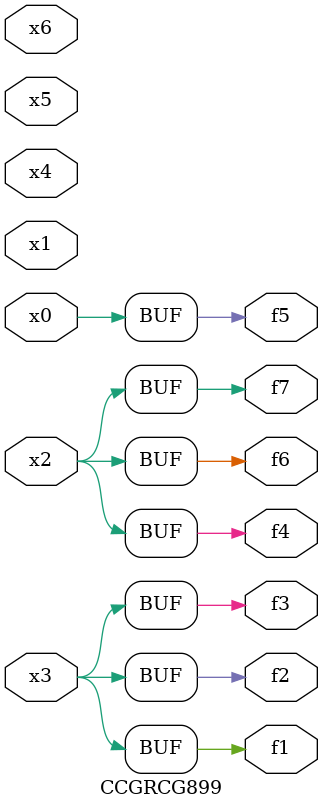
<source format=v>
module CCGRCG899(
	input x0, x1, x2, x3, x4, x5, x6,
	output f1, f2, f3, f4, f5, f6, f7
);
	assign f1 = x3;
	assign f2 = x3;
	assign f3 = x3;
	assign f4 = x2;
	assign f5 = x0;
	assign f6 = x2;
	assign f7 = x2;
endmodule

</source>
